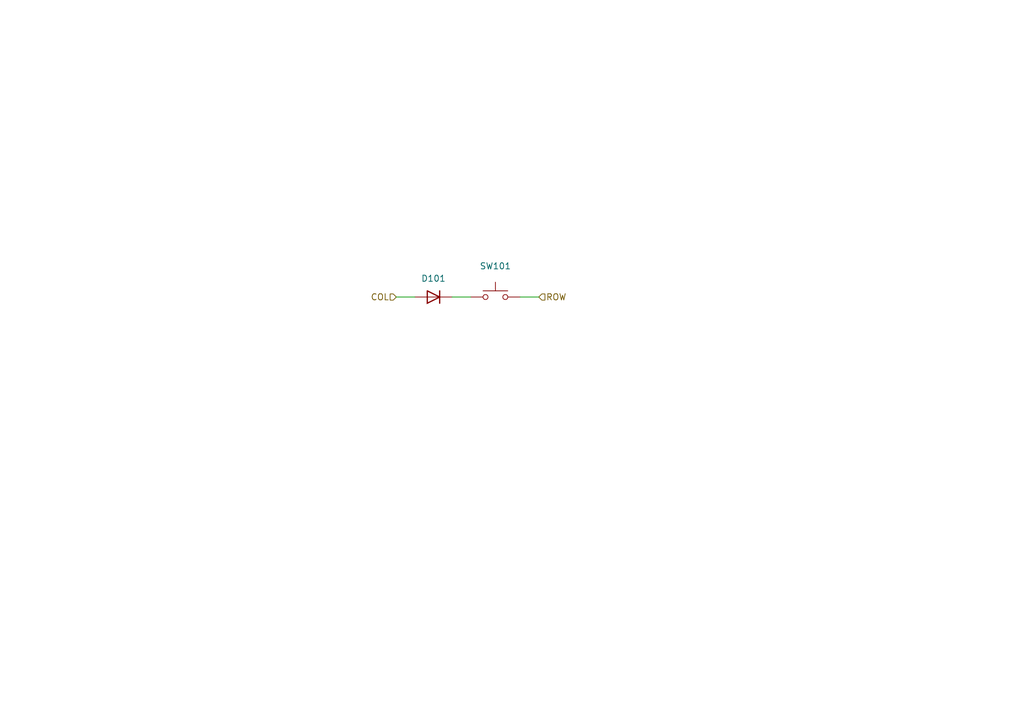
<source format=kicad_sch>
(kicad_sch (version 20211123) (generator eeschema)
  (paper "A5")
  (title_block (title "CHORD ZERO") (date "2022-08-17") (rev "1") (comment 3 "License: CERN Open Hardware Licence Version 2 - Strongly Reciprocal") (comment 4 "Designed by: Simon Hengel"))
  (lib_symbols
    (symbol "Diode:1N4148W" (pin_numbers hide) (pin_names (offset 1.016) hide)
      (property "Reference" "D" (at 0 2.54 0))
      (property "Value" "1N4148W" (at 0 -2.54 0))
      (symbol "1N4148W_0_1"
        (polyline (pts (xy -1.27 1.27) (xy -1.27 -1.27)) (stroke (width 0.254)))
        (polyline (pts (xy 1.27 0) (xy -1.27 0)))
        (polyline (pts (xy 1.27 1.27) (xy 1.27 -1.27) (xy -1.27 0) (xy 1.27 1.27)) (stroke (width 0.254)))
      )
      (symbol "1N4148W_1_1"
        (pin passive line (at -3.81 0 0) (length 2.54) (name "K") (number "1"))
        (pin passive line (at 3.81 0 180) (length 2.54) (name "A") (number "2"))
      )
    )
    (symbol "Switch:SW_Push" (pin_numbers hide) (pin_names (offset 1.016) hide)
      (property "Reference" "SW" (at 1.27 2.54 0))
      (property "Value" "SW_Push" (at 0 -1.524 0))
      (symbol "SW_Push_0_1"
        (circle (center -2.032 0) (radius 0.508))
        (polyline (pts (xy 0 1.27) (xy 0 3.048)))
        (polyline (pts (xy 2.54 1.27) (xy -2.54 1.27)))
        (circle (center 2.032 0) (radius 0.508))
        (pin passive line (at -5.08 0 0) (length 2.54) (name "1") (number "1"))
        (pin passive line (at 5.08 0 180) (length 2.54) (name "2") (number "2"))
      )
    )
  )
  (wire (pts (xy 92.71 60.96) (xy 96.52 60.96)))
  (wire (pts (xy 81.28 60.96) (xy 85.09 60.96)))
  (wire (pts (xy 106.68 60.96) (xy 110.49 60.96)))
  (hierarchical_label "ROW" (shape input) (at 110.49 60.96 0))
  (hierarchical_label "COL" (shape input) (at 81.28 60.96 180))
  (symbol (lib_id "Switch:SW_Push") (at 101.6 60.96 0) (unit 1)
    (property "Reference" "SW101" (at 101.6 54.61 0))
    (property "Value" "SW_Push" (effects hide))
    (property "Footprint" "footprints:CherryMX_1u_snug_fit" (effects hide))
    (property "Datasheet" "https://datasheet.lcsc.com/lcsc/2202281830_Kailh-CPG151101S11_C2803348.pdf" (effects hide))
    (property "LCSC" "C2803348" (effects hide))
    (property "JLCPCB_CORRECTION" "-0.635;3.81;0" (effects hide))
  )
  (symbol (lib_id "Diode:1N4148W") (at 88.9 60.96 180) (unit 1)
    (property "Reference" "D101" (at 88.9 57.15 0))
    (property "Value" "1N4148W" (effects hide))
    (property "Footprint" "footprints:D_SOD-123" (effects hide))
    (property "Datasheet" "https://datasheet.lcsc.com/lcsc/1811061725_ST-Semtech-1N4148W_C81598.pdf" (effects hide))
    (property "LCSC" "C81598" (effects hide))
  )
)
</source>
